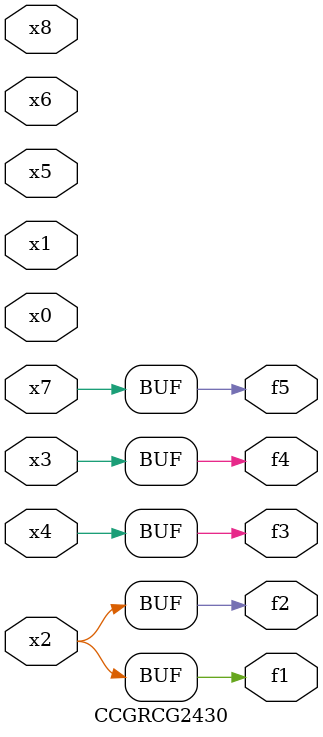
<source format=v>
module CCGRCG2430(
	input x0, x1, x2, x3, x4, x5, x6, x7, x8,
	output f1, f2, f3, f4, f5
);
	assign f1 = x2;
	assign f2 = x2;
	assign f3 = x4;
	assign f4 = x3;
	assign f5 = x7;
endmodule

</source>
